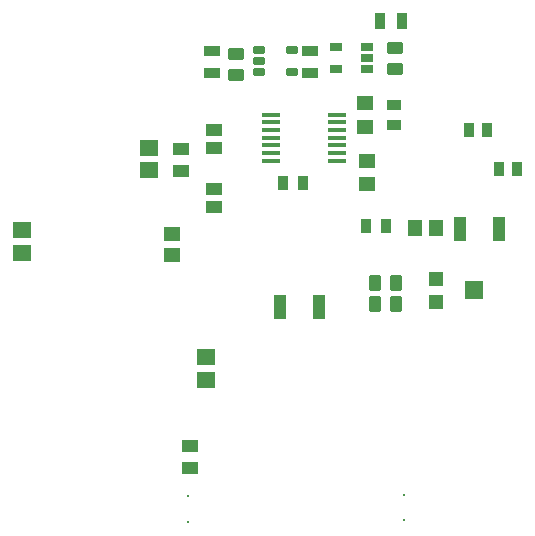
<source format=gbr>
G04*
G04 #@! TF.GenerationSoftware,Altium Limited,Altium Designer,25.4.2 (15)*
G04*
G04 Layer_Color=8421504*
%FSLAX44Y44*%
%MOMM*%
G71*
G04*
G04 #@! TF.SameCoordinates,62EAB3CA-F57F-4EB5-889C-6781DB4FDDE6*
G04*
G04*
G04 #@! TF.FilePolarity,Positive*
G04*
G01*
G75*
%ADD18R,1.5500X0.3000*%
%ADD19R,1.5500X0.3000*%
G04:AMPARAMS|DCode=20|XSize=1.05mm|YSize=1.38mm|CornerRadius=0.1313mm|HoleSize=0mm|Usage=FLASHONLY|Rotation=0.000|XOffset=0mm|YOffset=0mm|HoleType=Round|Shape=RoundedRectangle|*
%AMROUNDEDRECTD20*
21,1,1.0500,1.1175,0,0,0.0*
21,1,0.7875,1.3800,0,0,0.0*
1,1,0.2625,0.3938,-0.5587*
1,1,0.2625,-0.3938,-0.5587*
1,1,0.2625,-0.3938,0.5587*
1,1,0.2625,0.3938,0.5587*
%
%ADD20ROUNDEDRECTD20*%
%ADD21R,1.5000X1.6000*%
%ADD22R,1.2000X1.2000*%
%ADD23R,0.9061X1.3098*%
%ADD24C,0.2540*%
%ADD25R,1.4500X1.1500*%
%ADD26R,1.4500X1.2000*%
%ADD27R,1.1500X1.4500*%
%ADD28R,0.8500X1.3000*%
%ADD29R,1.3000X0.8500*%
%ADD30R,1.5500X1.3500*%
%ADD31R,1.1000X2.0500*%
%ADD32R,1.5562X1.4546*%
%ADD33R,1.3500X1.0000*%
%ADD34R,1.3800X0.9200*%
G04:AMPARAMS|DCode=35|XSize=1.05mm|YSize=1.38mm|CornerRadius=0.1313mm|HoleSize=0mm|Usage=FLASHONLY|Rotation=270.000|XOffset=0mm|YOffset=0mm|HoleType=Round|Shape=RoundedRectangle|*
%AMROUNDEDRECTD35*
21,1,1.0500,1.1175,0,0,270.0*
21,1,0.7875,1.3800,0,0,270.0*
1,1,0.2625,-0.5587,-0.3938*
1,1,0.2625,-0.5587,0.3938*
1,1,0.2625,0.5587,0.3938*
1,1,0.2625,0.5587,-0.3938*
%
%ADD35ROUNDEDRECTD35*%
G04:AMPARAMS|DCode=36|XSize=0.6mm|YSize=1mm|CornerRadius=0.051mm|HoleSize=0mm|Usage=FLASHONLY|Rotation=90.000|XOffset=0mm|YOffset=0mm|HoleType=Round|Shape=RoundedRectangle|*
%AMROUNDEDRECTD36*
21,1,0.6000,0.8980,0,0,90.0*
21,1,0.4980,1.0000,0,0,90.0*
1,1,0.1020,0.4490,0.2490*
1,1,0.1020,0.4490,-0.2490*
1,1,0.1020,-0.4490,-0.2490*
1,1,0.1020,-0.4490,0.2490*
%
%ADD36ROUNDEDRECTD36*%
%ADD37R,1.0000X0.6600*%
%ADD38R,0.9500X1.4000*%
%ADD39R,1.4200X1.0000*%
D18*
X-19364Y349966D02*
D03*
Y375966D02*
D03*
Y369466D02*
D03*
X36636Y349966D02*
D03*
Y375966D02*
D03*
Y369466D02*
D03*
D19*
X-19364Y343466D02*
D03*
Y356466D02*
D03*
Y362966D02*
D03*
Y382466D02*
D03*
X36636Y356466D02*
D03*
Y343466D02*
D03*
Y382466D02*
D03*
Y362966D02*
D03*
D20*
X69016Y240201D02*
D03*
X86776D02*
D03*
X69016Y222421D02*
D03*
X86776D02*
D03*
D21*
X152930Y233680D02*
D03*
D22*
X120430Y223680D02*
D03*
Y243680D02*
D03*
D23*
X163971Y369570D02*
D03*
X148449D02*
D03*
X173849Y336550D02*
D03*
X189371D02*
D03*
D24*
X93726Y39116D02*
D03*
Y60706D02*
D03*
X-89154Y59436D02*
D03*
Y37846D02*
D03*
D25*
X-103124Y264046D02*
D03*
Y281546D02*
D03*
D26*
X61976Y323596D02*
D03*
Y343596D02*
D03*
X60706Y372016D02*
D03*
Y392016D02*
D03*
D27*
X120256Y286766D02*
D03*
X102756D02*
D03*
D28*
X7856Y324866D02*
D03*
X-9144D02*
D03*
X78486Y288036D02*
D03*
X61486D02*
D03*
D29*
X84836Y390516D02*
D03*
Y373516D02*
D03*
D30*
X-73914Y157636D02*
D03*
Y177136D02*
D03*
X-230124Y265586D02*
D03*
Y285086D02*
D03*
D31*
X173726Y285496D02*
D03*
X140726D02*
D03*
X21580Y219710D02*
D03*
X-11420D02*
D03*
D32*
X-122174Y335928D02*
D03*
Y354444D02*
D03*
D33*
X-67564Y304546D02*
D03*
Y319546D02*
D03*
Y354196D02*
D03*
Y369196D02*
D03*
D34*
X13716Y436676D02*
D03*
Y417576D02*
D03*
X-68834Y436676D02*
D03*
Y417576D02*
D03*
D35*
X86106Y421386D02*
D03*
Y439146D02*
D03*
X-48514Y434086D02*
D03*
Y416326D02*
D03*
D36*
X-29244Y437236D02*
D03*
Y427736D02*
D03*
Y418236D02*
D03*
X-1744D02*
D03*
Y437236D02*
D03*
D37*
X62426Y420776D02*
D03*
Y430276D02*
D03*
Y439776D02*
D03*
X36126D02*
D03*
Y420776D02*
D03*
D38*
X91546Y462026D02*
D03*
X73046D02*
D03*
D39*
X-95504Y334566D02*
D03*
Y353266D02*
D03*
X-87884Y101806D02*
D03*
Y83106D02*
D03*
M02*

</source>
